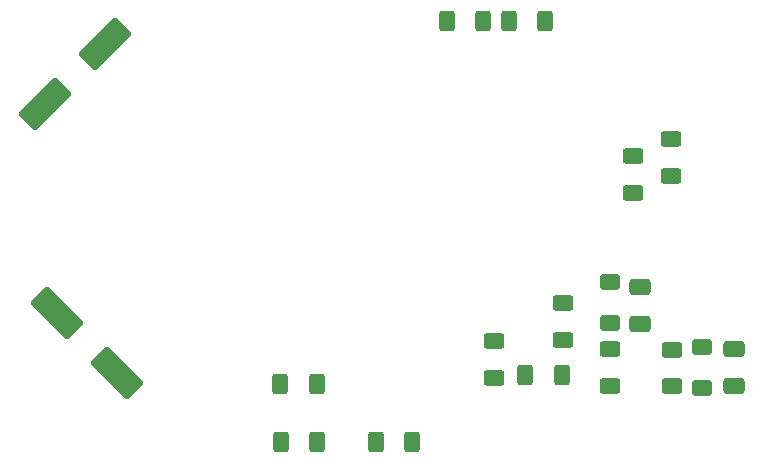
<source format=gbr>
%TF.GenerationSoftware,KiCad,Pcbnew,9.0.5*%
%TF.CreationDate,2025-11-30T23:48:03+01:00*%
%TF.ProjectId,Amplifier,416d706c-6966-4696-9572-2e6b69636164,rev?*%
%TF.SameCoordinates,Original*%
%TF.FileFunction,Paste,Top*%
%TF.FilePolarity,Positive*%
%FSLAX46Y46*%
G04 Gerber Fmt 4.6, Leading zero omitted, Abs format (unit mm)*
G04 Created by KiCad (PCBNEW 9.0.5) date 2025-11-30 23:48:03*
%MOMM*%
%LPD*%
G01*
G04 APERTURE LIST*
G04 Aperture macros list*
%AMRoundRect*
0 Rectangle with rounded corners*
0 $1 Rounding radius*
0 $2 $3 $4 $5 $6 $7 $8 $9 X,Y pos of 4 corners*
0 Add a 4 corners polygon primitive as box body*
4,1,4,$2,$3,$4,$5,$6,$7,$8,$9,$2,$3,0*
0 Add four circle primitives for the rounded corners*
1,1,$1+$1,$2,$3*
1,1,$1+$1,$4,$5*
1,1,$1+$1,$6,$7*
1,1,$1+$1,$8,$9*
0 Add four rect primitives between the rounded corners*
20,1,$1+$1,$2,$3,$4,$5,0*
20,1,$1+$1,$4,$5,$6,$7,0*
20,1,$1+$1,$6,$7,$8,$9,0*
20,1,$1+$1,$8,$9,$2,$3,0*%
G04 Aperture macros list end*
%ADD10RoundRect,0.250000X0.650000X-0.412500X0.650000X0.412500X-0.650000X0.412500X-0.650000X-0.412500X0*%
%ADD11RoundRect,0.250000X-0.625000X0.400000X-0.625000X-0.400000X0.625000X-0.400000X0.625000X0.400000X0*%
%ADD12RoundRect,0.250000X0.625000X-0.400000X0.625000X0.400000X-0.625000X0.400000X-0.625000X-0.400000X0*%
%ADD13RoundRect,0.250000X-0.400000X-0.625000X0.400000X-0.625000X0.400000X0.625000X-0.400000X0.625000X0*%
%ADD14RoundRect,0.250000X0.400000X0.625000X-0.400000X0.625000X-0.400000X-0.625000X0.400000X-0.625000X0*%
%ADD15RoundRect,0.250000X0.600000X-0.400000X0.600000X0.400000X-0.600000X0.400000X-0.600000X-0.400000X0*%
%ADD16RoundRect,0.250000X-0.650000X0.412500X-0.650000X-0.412500X0.650000X-0.412500X0.650000X0.412500X0*%
%ADD17RoundRect,0.250001X1.979898X-0.848528X-0.848528X1.979898X-1.979898X0.848528X0.848528X-1.979898X0*%
%ADD18RoundRect,0.250001X0.848528X1.979898X-1.979898X-0.848528X-0.848528X-1.979898X1.979898X0.848528X0*%
G04 APERTURE END LIST*
D10*
%TO.C,C2*%
X200690000Y-95352500D03*
X200690000Y-92227500D03*
%TD*%
D11*
%TO.C,R13*%
X195450000Y-92260000D03*
X195450000Y-95360000D03*
%TD*%
D12*
%TO.C,R10*%
X190210552Y-95303067D03*
X190210552Y-92203067D03*
%TD*%
D13*
%TO.C,R5*%
X162310000Y-100050000D03*
X165410000Y-100050000D03*
%TD*%
D12*
%TO.C,R15*%
X180360000Y-94630000D03*
X180360000Y-91530000D03*
%TD*%
D14*
%TO.C,R8*%
X186120000Y-94400000D03*
X183020000Y-94400000D03*
%TD*%
D13*
%TO.C,R4*%
X170370000Y-100040000D03*
X173470000Y-100040000D03*
%TD*%
%TO.C,R6*%
X162260000Y-95190000D03*
X165360000Y-95190000D03*
%TD*%
D12*
%TO.C,R12*%
X192130000Y-79000000D03*
X192130000Y-75900000D03*
%TD*%
D14*
%TO.C,R14*%
X184730000Y-64430000D03*
X181630000Y-64430000D03*
%TD*%
D11*
%TO.C,R9*%
X186180552Y-88323067D03*
X186180552Y-91423067D03*
%TD*%
D15*
%TO.C,D5*%
X190220000Y-90037500D03*
X190220000Y-86537500D03*
%TD*%
%TO.C,D6*%
X198010000Y-95540000D03*
X198010000Y-92040000D03*
%TD*%
D14*
%TO.C,R11*%
X179460000Y-64430000D03*
X176360000Y-64430000D03*
%TD*%
D16*
%TO.C,C5*%
X192700000Y-86927500D03*
X192700000Y-90052500D03*
%TD*%
D12*
%TO.C,R17*%
X195330000Y-77550000D03*
X195330000Y-74450000D03*
%TD*%
D17*
%TO.C,C19*%
X148445584Y-94275584D03*
X143354416Y-89184416D03*
%TD*%
D18*
%TO.C,C20*%
X147408998Y-66401003D03*
X142317830Y-71492171D03*
%TD*%
M02*

</source>
